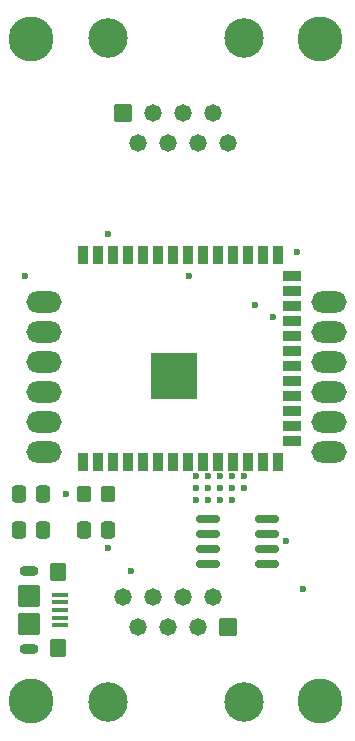
<source format=gts>
%TF.GenerationSoftware,KiCad,Pcbnew,8.0.1-8.0.1-1~ubuntu22.04.1*%
%TF.CreationDate,2024-04-03T01:55:53-04:00*%
%TF.ProjectId,esp32_rover_devkit,65737033-325f-4726-9f76-65725f646576,rev?*%
%TF.SameCoordinates,Original*%
%TF.FileFunction,Soldermask,Top*%
%TF.FilePolarity,Negative*%
%FSLAX46Y46*%
G04 Gerber Fmt 4.6, Leading zero omitted, Abs format (unit mm)*
G04 Created by KiCad (PCBNEW 8.0.1-8.0.1-1~ubuntu22.04.1) date 2024-04-03 01:55:53*
%MOMM*%
%LPD*%
G01*
G04 APERTURE LIST*
G04 Aperture macros list*
%AMRoundRect*
0 Rectangle with rounded corners*
0 $1 Rounding radius*
0 $2 $3 $4 $5 $6 $7 $8 $9 X,Y pos of 4 corners*
0 Add a 4 corners polygon primitive as box body*
4,1,4,$2,$3,$4,$5,$6,$7,$8,$9,$2,$3,0*
0 Add four circle primitives for the rounded corners*
1,1,$1+$1,$2,$3*
1,1,$1+$1,$4,$5*
1,1,$1+$1,$6,$7*
1,1,$1+$1,$8,$9*
0 Add four rect primitives between the rounded corners*
20,1,$1+$1,$2,$3,$4,$5,0*
20,1,$1+$1,$4,$5,$6,$7,0*
20,1,$1+$1,$6,$7,$8,$9,0*
20,1,$1+$1,$8,$9,$2,$3,0*%
G04 Aperture macros list end*
%ADD10C,2.600000*%
%ADD11C,3.800000*%
%ADD12RoundRect,0.250000X0.337500X0.475000X-0.337500X0.475000X-0.337500X-0.475000X0.337500X-0.475000X0*%
%ADD13RoundRect,0.150000X-0.825000X-0.150000X0.825000X-0.150000X0.825000X0.150000X-0.825000X0.150000X0*%
%ADD14RoundRect,0.250000X-0.350000X-0.450000X0.350000X-0.450000X0.350000X0.450000X-0.350000X0.450000X0*%
%ADD15R,0.900000X1.500000*%
%ADD16R,1.500000X0.900000*%
%ADD17R,3.900000X3.900000*%
%ADD18RoundRect,0.100000X-0.575000X0.100000X-0.575000X-0.100000X0.575000X-0.100000X0.575000X0.100000X0*%
%ADD19O,1.600000X0.900000*%
%ADD20RoundRect,0.250000X-0.450000X0.550000X-0.450000X-0.550000X0.450000X-0.550000X0.450000X0.550000X0*%
%ADD21RoundRect,0.250000X-0.700000X0.700000X-0.700000X-0.700000X0.700000X-0.700000X0.700000X0.700000X0*%
%ADD22C,3.350000*%
%ADD23RoundRect,0.102000X0.634000X0.634000X-0.634000X0.634000X-0.634000X-0.634000X0.634000X-0.634000X0*%
%ADD24C,1.472000*%
%ADD25O,3.000000X1.800000*%
%ADD26RoundRect,0.102000X-0.634000X-0.634000X0.634000X-0.634000X0.634000X0.634000X-0.634000X0.634000X0*%
%ADD27C,0.600000*%
G04 APERTURE END LIST*
D10*
%TO.C,H2*%
X46000000Y-23000000D03*
D11*
X46000000Y-23000000D03*
%TD*%
D10*
%TO.C,H4*%
X46000000Y-79000000D03*
D11*
X46000000Y-79000000D03*
%TD*%
D12*
%TO.C,C2*%
X22537500Y-61500000D03*
X20462500Y-61500000D03*
%TD*%
%TO.C,C3*%
X28037500Y-64500000D03*
X25962500Y-64500000D03*
%TD*%
D13*
%TO.C,U5*%
X36525000Y-63595000D03*
X36525000Y-64865000D03*
X36525000Y-66135000D03*
X36525000Y-67405000D03*
X41475000Y-67405000D03*
X41475000Y-66135000D03*
X41475000Y-64865000D03*
X41475000Y-63595000D03*
%TD*%
D12*
%TO.C,C1*%
X22537500Y-64500000D03*
X20462500Y-64500000D03*
%TD*%
D14*
%TO.C,R1*%
X26000000Y-61500000D03*
X28000000Y-61500000D03*
%TD*%
D15*
%TO.C,U1*%
X25880000Y-58750000D03*
X27150000Y-58750000D03*
X28420000Y-58750000D03*
X29690000Y-58750000D03*
X30960000Y-58750000D03*
X32230000Y-58750000D03*
X33500000Y-58750000D03*
X34770000Y-58750000D03*
X36040000Y-58750000D03*
X37310000Y-58750000D03*
X38580000Y-58750000D03*
X39850000Y-58750000D03*
X41120000Y-58750000D03*
X42390000Y-58750000D03*
D16*
X43640000Y-56985000D03*
X43640000Y-55715000D03*
X43640000Y-54445000D03*
X43640000Y-53175000D03*
X43640000Y-51905000D03*
X43640000Y-50635000D03*
X43640000Y-49365000D03*
X43640000Y-48095000D03*
X43640000Y-46825000D03*
X43640000Y-45555000D03*
X43640000Y-44285000D03*
X43640000Y-43015000D03*
D15*
X42390000Y-41250000D03*
X41120000Y-41250000D03*
X39850000Y-41250000D03*
X38580000Y-41250000D03*
X37310000Y-41250000D03*
X36040000Y-41250000D03*
X34770000Y-41250000D03*
X33500000Y-41250000D03*
X32230000Y-41250000D03*
X30960000Y-41250000D03*
X29690000Y-41250000D03*
X28420000Y-41250000D03*
X27150000Y-41250000D03*
X25880000Y-41250000D03*
D17*
X33600000Y-51500000D03*
%TD*%
D10*
%TO.C,H3*%
X21500000Y-79000000D03*
D11*
X21500000Y-79000000D03*
%TD*%
D10*
%TO.C,H1*%
X21500000Y-23000000D03*
D11*
X21500000Y-23000000D03*
%TD*%
D18*
%TO.C,J1*%
X24000000Y-70000000D03*
X24000000Y-70650000D03*
X24000000Y-71300000D03*
X24000000Y-71950000D03*
X24000000Y-72600000D03*
D19*
X21325000Y-68000000D03*
D20*
X23775000Y-68100000D03*
D21*
X21325000Y-70100000D03*
X21325000Y-72500000D03*
D20*
X23775000Y-74500000D03*
D19*
X21325000Y-74600000D03*
%TD*%
D22*
%TO.C,J3*%
X39500000Y-79120000D03*
X28068000Y-79120000D03*
D23*
X38229000Y-72770000D03*
D24*
X36959000Y-70230000D03*
X35689000Y-72770000D03*
X34419000Y-70230000D03*
X33149000Y-72770000D03*
X31879000Y-70230000D03*
X30609000Y-72770000D03*
X29339000Y-70230000D03*
%TD*%
D25*
%TO.C,U4*%
X46740000Y-57950000D03*
X22640000Y-45250000D03*
X22640000Y-47790000D03*
X22640000Y-50330000D03*
X22640000Y-52870000D03*
X46740000Y-55410000D03*
X22640000Y-55410000D03*
X22640000Y-57950000D03*
X46740000Y-52870000D03*
X46740000Y-50330000D03*
X46740000Y-47790000D03*
X46740000Y-45250000D03*
%TD*%
D22*
%TO.C,J2*%
X28068000Y-22880000D03*
X39500000Y-22880000D03*
D26*
X29339000Y-29230000D03*
D24*
X30609000Y-31770000D03*
X31879000Y-29230000D03*
X33149000Y-31770000D03*
X34419000Y-29230000D03*
X35689000Y-31770000D03*
X36959000Y-29230000D03*
X38229000Y-31770000D03*
%TD*%
D27*
X32500000Y-52000000D03*
X34500000Y-51000000D03*
X32500000Y-50000000D03*
X33500000Y-51000000D03*
X34500000Y-53000000D03*
X34861805Y-43006449D03*
X33500000Y-52000000D03*
X32500000Y-51000000D03*
X33500000Y-53000000D03*
X32500000Y-53000000D03*
X34500000Y-52000000D03*
X43122102Y-65429103D03*
X34500000Y-50000000D03*
X33500000Y-50000000D03*
X35500000Y-62000000D03*
X24500000Y-61500000D03*
X37500000Y-60000000D03*
X35500000Y-60000000D03*
X37500000Y-62000000D03*
X39500000Y-61000000D03*
X35500000Y-61000000D03*
X21000000Y-43000000D03*
X38500000Y-62000000D03*
X36500000Y-60000000D03*
X36500000Y-62000000D03*
X37500000Y-61000000D03*
X38500000Y-61000000D03*
X39500000Y-60000000D03*
X36500000Y-61000000D03*
X38500000Y-60000000D03*
X44500000Y-69500000D03*
X28037500Y-66037500D03*
X30000000Y-68000000D03*
X44000000Y-41000000D03*
X28000000Y-39500000D03*
X40500000Y-45500000D03*
X42000000Y-46500000D03*
M02*

</source>
